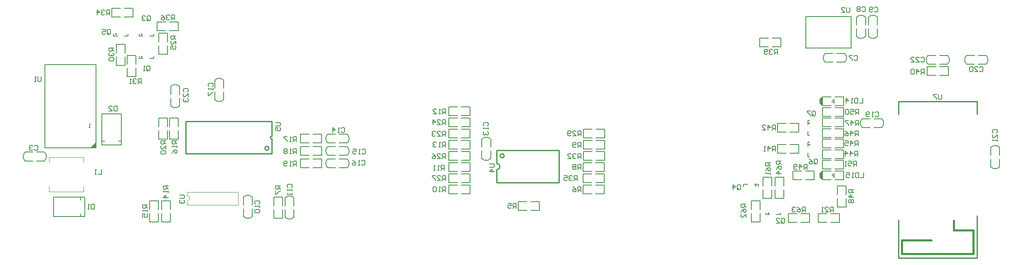
<source format=gbo>
%FSLAX25Y25*%
%MOIN*%
G70*
G01*
G75*
G04 Layer_Color=32896*
%ADD10R,0.03937X0.03937*%
%ADD11R,0.03937X0.03937*%
%ADD12R,0.03937X0.03937*%
%ADD13R,0.03937X0.03937*%
%ADD14C,0.01000*%
%ADD15C,0.02000*%
%ADD16C,0.06000*%
%ADD17C,0.07000*%
%ADD18C,0.05000*%
%ADD19C,0.02500*%
%ADD20C,0.04000*%
%ADD21C,0.03000*%
%ADD22C,0.07087*%
%ADD23C,0.06300*%
%ADD24C,0.06000*%
%ADD25R,0.06000X0.06000*%
%ADD26C,0.05512*%
%ADD27C,0.08661*%
%ADD28C,0.02500*%
%ADD29C,0.05000*%
%ADD30R,0.05000X0.06000*%
%ADD31R,0.05709X0.02756*%
%ADD32R,0.15748X0.15748*%
%ADD33R,0.08071X0.08858*%
%ADD34R,0.04213X0.11811*%
%ADD35R,0.06000X0.05000*%
%ADD36R,0.08858X0.08071*%
%ADD37R,0.27559X0.37008*%
%ADD38R,0.02362X0.04299*%
%ADD39O,0.02400X0.07400*%
%ADD40R,0.15748X0.06000*%
%ADD41R,0.11811X0.23622*%
%ADD42R,0.04299X0.02362*%
%ADD43O,0.02400X0.07600*%
%ADD44R,0.02400X0.07600*%
%ADD45C,0.00500*%
%ADD46C,0.02362*%
%ADD47C,0.00787*%
%ADD48C,0.00984*%
%ADD49C,0.00600*%
%ADD50C,0.00200*%
%ADD51C,0.00800*%
%ADD52R,0.00446X0.00990*%
%ADD53R,0.00900X0.00700*%
%ADD54C,0.00400*%
%ADD55C,0.01500*%
G36*
X642780Y70957D02*
X640780Y72957D01*
Y75957D01*
X642780Y77957D01*
Y70957D01*
D02*
G37*
G36*
Y130457D02*
X640780Y132457D01*
Y135457D01*
X642780Y137457D01*
Y130457D01*
D02*
G37*
D14*
X200501Y105801D02*
G03*
X200500Y103800I749J-1001D01*
G01*
X198832Y96139D02*
G03*
X198832Y96139I-1623J0D01*
G01*
X381607Y78917D02*
G03*
X381607Y83917I0J2500D01*
G01*
X387522Y90079D02*
G03*
X387522Y90079I-1623J0D01*
G01*
X766661Y123549D02*
Y133736D01*
X703668Y123549D02*
Y133736D01*
X766661Y23500D02*
Y41765D01*
X703668Y7752D02*
Y38357D01*
Y7752D02*
X766661D01*
X703668Y133736D02*
X766661D01*
Y7752D02*
Y23500D01*
X132000Y91800D02*
X201000D01*
Y103800D01*
X200500D02*
X201000D01*
X200500Y105800D02*
X201000D01*
Y117800D01*
X132000D02*
X201000D01*
X132000Y91800D02*
Y117800D01*
X381607Y94418D02*
X431607D01*
X381607Y83917D02*
Y94418D01*
Y68418D02*
Y78917D01*
Y68418D02*
X431607D01*
Y94418D01*
D45*
X127047Y145896D02*
G03*
X119959Y145902I-3547J-3273D01*
G01*
X119959Y130264D02*
G03*
X127047Y130270I3541J3279D01*
G01*
X18836Y85959D02*
G03*
X18830Y93047I-3279J3541D01*
G01*
X3204Y93047D02*
G03*
X3198Y85959I3273J-3547D01*
G01*
X599965Y43957D02*
G03*
X599965Y43957I-500J0D01*
G01*
X589705Y65957D02*
G03*
X589705Y65957I-500J0D01*
G01*
X644984Y172503D02*
G03*
X644978Y165416I3273J-3547D01*
G01*
X660616Y165416D02*
G03*
X660610Y172503I-3279J3541D01*
G01*
X155453Y135305D02*
G03*
X162541Y135299I3547J3273D01*
G01*
X162541Y150936D02*
G03*
X155453Y150930I-3541J-3279D01*
G01*
X218821Y56293D02*
G03*
X211733Y56287I-3541J-3279D01*
G01*
X211733Y40661D02*
G03*
X218820Y40655I3547J3273D01*
G01*
X686826Y201752D02*
G03*
X679739Y201758I-3547J-3273D01*
G01*
X679739Y186120D02*
G03*
X686826Y186126I3541J3279D01*
G01*
X784826Y96819D02*
G03*
X777739Y96825I-3547J-3273D01*
G01*
X777738Y81187D02*
G03*
X784826Y81193I3541J3279D01*
G01*
X632736Y98947D02*
G03*
X632736Y98947I-500J0D01*
G01*
X185541Y56837D02*
G03*
X178453Y56830I-3541J-3279D01*
G01*
X178454Y41205D02*
G03*
X185541Y41199I3547J3273D01*
G01*
X670238Y186120D02*
G03*
X677326Y186126I3541J3279D01*
G01*
X677326Y201752D02*
G03*
X670239Y201758I-3547J-3273D01*
G01*
X76799Y187870D02*
G03*
X76799Y187870I-500J0D01*
G01*
X632736Y116207D02*
G03*
X632736Y116207I-500J0D01*
G01*
X758417Y170998D02*
G03*
X758423Y163910I3279J-3541D01*
G01*
X774048Y163910D02*
G03*
X774054Y170998I-3273J3547D01*
G01*
X97299Y169870D02*
G03*
X97299Y169870I-500J0D01*
G01*
X674705Y120003D02*
G03*
X674698Y112916I3273J-3547D01*
G01*
X690336Y112916D02*
G03*
X690330Y120003I-3279J3541D01*
G01*
X261616Y100416D02*
G03*
X261610Y107503I-3279J3541D01*
G01*
X245984Y107503D02*
G03*
X245978Y100416I3273J-3547D01*
G01*
X376654Y103513D02*
G03*
X369566Y103519I-3547J-3273D01*
G01*
X369566Y87881D02*
G03*
X376654Y87887I3541J3279D01*
G01*
X261616Y80416D02*
G03*
X261610Y87503I-3279J3541D01*
G01*
X245984Y87503D02*
G03*
X245978Y80416I3273J-3547D01*
G01*
X261616Y90416D02*
G03*
X261610Y97503I-3279J3541D01*
G01*
X245984Y97503D02*
G03*
X245978Y90416I3273J-3547D01*
G01*
X97299Y187870D02*
G03*
X97299Y187870I-500J0D01*
G01*
X743116Y163916D02*
G03*
X743110Y171003I-3279J3541D01*
G01*
X727484Y171003D02*
G03*
X727478Y163916I3273J-3547D01*
G01*
X119957Y139600D02*
Y145899D01*
X127043Y139600D02*
Y145899D01*
X119957Y136600D02*
X119957Y130266D01*
X127043D02*
X127043Y136600D01*
X77966Y101963D02*
X80374D01*
X64626D02*
X67033D01*
X80374D02*
Y120467D01*
X64626Y101963D02*
Y120467D01*
Y98715D02*
Y101963D01*
Y98715D02*
X80374D01*
Y101963D01*
X64626Y120467D02*
Y123715D01*
X80374D01*
Y120467D02*
Y123715D01*
X12500Y93043D02*
X18834Y93043D01*
X12500Y85957D02*
X18834Y85957D01*
X3201Y93043D02*
X9500D01*
X3201Y85957D02*
X9500D01*
X47937Y54466D02*
Y56874D01*
Y41126D02*
Y43534D01*
X29433Y56874D02*
X47937D01*
X29433Y41126D02*
X47937D01*
X51185D01*
Y56874D01*
X47937D02*
X51185D01*
X26185Y41126D02*
X29433D01*
X26185D02*
Y56874D01*
X29433D01*
X615370Y36500D02*
X615870D01*
X615370D02*
Y37000D01*
Y43000D02*
Y43500D01*
X615870D01*
X631870D02*
X632370D01*
Y43000D02*
Y43500D01*
Y36500D02*
Y37000D01*
X631870Y36500D02*
X632370D01*
X625370Y43500D02*
X631870D01*
X615870D02*
X622370D01*
X625370Y36500D02*
X631870D01*
X615870D02*
X622370D01*
X615370Y37000D02*
Y43000D01*
X632370Y37000D02*
Y43000D01*
X586205Y53718D02*
X592205D01*
X586205Y36718D02*
X592205D01*
X592705Y37218D02*
Y43718D01*
Y46718D02*
Y53218D01*
X585705Y37218D02*
Y43718D01*
Y46718D02*
Y53218D01*
X592705D02*
Y53718D01*
X592205D02*
X592705D01*
X585705D02*
X586205D01*
X585705Y53218D02*
Y53718D01*
Y36718D02*
Y37218D01*
Y36718D02*
X586205D01*
X592205D02*
X592705D01*
Y37218D01*
X595705Y55914D02*
X601705D01*
X595705Y72913D02*
X601705D01*
X595205Y65913D02*
Y72413D01*
Y56414D02*
Y62914D01*
X602205Y65913D02*
Y72413D01*
Y56414D02*
Y62914D01*
X595205Y55914D02*
Y56414D01*
Y55914D02*
X595705D01*
X601705D02*
X602205D01*
Y56414D01*
Y72413D02*
Y72913D01*
X601705D02*
X602205D01*
X595205D02*
X595705D01*
X595205Y72413D02*
Y72913D01*
X605205D02*
X611205D01*
X605205Y55914D02*
X611205D01*
X611705Y56414D02*
Y62914D01*
Y65913D02*
Y72413D01*
X604705Y56414D02*
Y62914D01*
Y65913D02*
Y72413D01*
X611705D02*
Y72913D01*
X611205D02*
X611705D01*
X604705D02*
X605205D01*
X604705Y72413D02*
Y72913D01*
Y55914D02*
Y56414D01*
Y55914D02*
X605205D01*
X611205D02*
X611705D01*
Y56414D01*
X597299Y42701D02*
Y44276D01*
Y42701D02*
X600593D01*
X609110D02*
Y44276D01*
X605817Y42701D02*
X609110D01*
X591370Y65638D02*
Y67213D01*
X588077D02*
X591370D01*
X579559Y65638D02*
Y67213D01*
X582852D01*
X644980Y165413D02*
X651279D01*
X644980Y172500D02*
X651279D01*
X654279Y165413D02*
X660614Y165414D01*
X654279Y172500D02*
X660614Y172500D01*
X162543Y135301D02*
Y141600D01*
X155457Y135301D02*
Y141600D01*
X162543Y150934D02*
X162543Y144600D01*
X155457D02*
X155457Y150934D01*
X203280Y39957D02*
X209280D01*
X203280Y56957D02*
X209280D01*
X202780Y49957D02*
Y56457D01*
Y40457D02*
Y46957D01*
X209780Y49957D02*
Y56457D01*
Y40457D02*
Y46957D01*
X202780Y39957D02*
Y40457D01*
Y39957D02*
X203280D01*
X209280D02*
X209780D01*
Y40457D01*
Y56457D02*
Y56957D01*
X209280D02*
X209780D01*
X202780D02*
X203280D01*
X202780Y56457D02*
Y56957D01*
X211736Y49957D02*
X211737Y56291D01*
X218823D02*
X218823Y49957D01*
X211736Y40658D02*
Y46957D01*
X218823Y40658D02*
Y46957D01*
X103280Y53457D02*
Y53957D01*
X103780D01*
X109780D02*
X110280D01*
Y53457D02*
Y53957D01*
Y36957D02*
Y37457D01*
X109780Y36957D02*
X110280D01*
X103280D02*
X103780D01*
X103280D02*
Y37457D01*
X110280D02*
Y43957D01*
Y46957D02*
Y53457D01*
X103280Y37457D02*
Y43957D01*
Y46957D02*
Y53457D01*
X103780Y53957D02*
X109780D01*
X103780Y36957D02*
X109780D01*
X112780Y53457D02*
Y53957D01*
X113280D01*
X119280D02*
X119780D01*
Y53457D02*
Y53957D01*
Y36957D02*
Y37457D01*
X119280Y36957D02*
X119780D01*
X112780D02*
X113280D01*
X112780D02*
Y37457D01*
X119780D02*
Y43957D01*
Y46957D02*
Y53457D01*
X112780Y37457D02*
Y43957D01*
Y46957D02*
Y53457D01*
X113280Y53957D02*
X119280D01*
X113280Y36957D02*
X119280D01*
X629611Y176757D02*
X665811D01*
X629611D02*
Y202157D01*
X665811Y176757D02*
Y202157D01*
X629611D02*
X665811D01*
X679736Y195457D02*
Y201756D01*
X686823Y195457D02*
Y201756D01*
X679736Y192457D02*
X679737Y186123D01*
X686823D02*
X686823Y192457D01*
X777736Y90524D02*
Y96823D01*
X784823Y90524D02*
Y96823D01*
X777736Y87524D02*
X777736Y81190D01*
X784822D02*
X784823Y87524D01*
X623780Y109707D02*
Y115707D01*
X606780Y109707D02*
Y115707D01*
X607280Y109207D02*
X613780D01*
X616780D02*
X623280D01*
X607280Y116207D02*
X613780D01*
X616780D02*
X623280D01*
Y109207D02*
X623780D01*
Y109707D01*
Y115707D02*
Y116207D01*
X623280D02*
X623780D01*
X606780D02*
X607280D01*
X606780Y115707D02*
Y116207D01*
Y109207D02*
Y109707D01*
Y109207D02*
X607280D01*
X623780Y92707D02*
Y98707D01*
X606780Y92707D02*
Y98707D01*
X607280Y92207D02*
X613780D01*
X616780D02*
X623280D01*
X607280Y99207D02*
X613780D01*
X616780D02*
X623280D01*
Y92207D02*
X623780D01*
Y92707D01*
Y98707D02*
Y99207D01*
X623280D02*
X623780D01*
X606780D02*
X607280D01*
X606780Y98707D02*
Y99207D01*
Y92207D02*
Y92707D01*
Y92207D02*
X607280D01*
X630980Y89302D02*
Y92595D01*
Y89302D02*
X632555D01*
X630980Y97819D02*
Y101113D01*
X632555D01*
X656500Y37000D02*
Y43000D01*
X639500Y37000D02*
Y43000D01*
X640000Y36500D02*
X646500D01*
X649500D02*
X656000D01*
X640000Y43500D02*
X646500D01*
X649500D02*
X656000D01*
Y36500D02*
X656500D01*
Y37000D01*
Y43000D02*
Y43500D01*
X656000D02*
X656500D01*
X639500D02*
X640000D01*
X639500Y43000D02*
Y43500D01*
Y36500D02*
Y37000D01*
Y36500D02*
X640000D01*
X178457Y50500D02*
X178457Y56835D01*
X185543D02*
X185543Y50500D01*
X178457Y41201D02*
Y47500D01*
X185543Y41201D02*
Y47500D01*
X241280Y100957D02*
Y106957D01*
X224280Y100957D02*
Y106957D01*
X224780Y100457D02*
X231280D01*
X234280D02*
X240780D01*
X224780Y107457D02*
X231280D01*
X234280D02*
X240780D01*
Y100457D02*
X241280D01*
Y100957D01*
Y106957D02*
Y107457D01*
X240780D02*
X241280D01*
X224280D02*
X224780D01*
X224280Y106957D02*
Y107457D01*
Y100457D02*
Y100957D01*
Y100457D02*
X224780D01*
X241280Y90957D02*
Y96957D01*
X224280Y90957D02*
Y96957D01*
X224780Y90457D02*
X231280D01*
X234280D02*
X240780D01*
X224780Y97457D02*
X231280D01*
X234280D02*
X240780D01*
Y90457D02*
X241280D01*
Y90957D01*
Y96957D02*
Y97457D01*
X240780D02*
X241280D01*
X224280D02*
X224780D01*
X224280Y96957D02*
Y97457D01*
Y90457D02*
Y90957D01*
Y90457D02*
X224780D01*
X119000Y120000D02*
Y120500D01*
X119500D01*
X125500D02*
X126000D01*
Y120000D02*
Y120500D01*
Y103500D02*
Y104000D01*
X125500Y103500D02*
X126000D01*
X119000D02*
X119500D01*
X119000D02*
Y104000D01*
X126000D02*
Y110500D01*
Y113500D02*
Y120000D01*
X119000Y104000D02*
Y110500D01*
Y113500D02*
Y120000D01*
X119500Y120500D02*
X125500D01*
X119500Y103500D02*
X125500D01*
X359607Y102657D02*
X360107D01*
Y102157D02*
Y102657D01*
Y95657D02*
Y96157D01*
X359607Y95657D02*
X360107D01*
X343107D02*
X343607D01*
X343107D02*
Y96157D01*
Y102157D02*
Y102657D01*
X343607D01*
Y95657D02*
X350107D01*
X353107D02*
X359607D01*
X343607Y102657D02*
X350107D01*
X353107D02*
X359607D01*
X360107Y96157D02*
Y102157D01*
X343107Y96157D02*
Y102157D01*
X450980Y104657D02*
X451479D01*
X450980D02*
Y105157D01*
Y111157D02*
Y111657D01*
X451479D01*
X467480D02*
X467979D01*
Y111157D02*
Y111657D01*
Y104657D02*
Y105157D01*
X467480Y104657D02*
X467979D01*
X460980Y111657D02*
X467480D01*
X451479D02*
X457979D01*
X460980Y104657D02*
X467480D01*
X451479D02*
X457979D01*
X450980Y105157D02*
Y111157D01*
X467979Y105157D02*
Y111157D01*
X359667Y75657D02*
X360168D01*
Y75157D02*
Y75657D01*
Y68657D02*
Y69157D01*
X359667Y68657D02*
X360168D01*
X343167D02*
X343668D01*
X343167D02*
Y69157D01*
Y75157D02*
Y75657D01*
X343668D01*
Y68657D02*
X350167D01*
X353168D02*
X359667D01*
X343668Y75657D02*
X350167D01*
X353168D02*
X359667D01*
X360168Y69157D02*
Y75157D01*
X343167Y69157D02*
Y75157D01*
X359668Y93657D02*
X360168D01*
Y93157D02*
Y93657D01*
Y86657D02*
Y87157D01*
X359668Y86657D02*
X360168D01*
X343168D02*
X343668D01*
X343168D02*
Y87157D01*
Y93157D02*
Y93657D01*
X343668D01*
Y86657D02*
X350168D01*
X353168D02*
X359668D01*
X343668Y93657D02*
X350168D01*
X353168D02*
X359668D01*
X360168Y87157D02*
Y93157D01*
X343168Y87157D02*
Y93157D01*
X343207Y105157D02*
Y111157D01*
X360207Y105157D02*
Y111157D01*
X353207Y111657D02*
X359707D01*
X343707D02*
X350207D01*
X353207Y104657D02*
X359707D01*
X343707D02*
X350207D01*
X343207Y111657D02*
X343707D01*
X343207Y111157D02*
Y111657D01*
Y104657D02*
Y105157D01*
Y104657D02*
X343707D01*
X359707D02*
X360207D01*
Y105157D01*
Y111157D02*
Y111657D01*
X359707D02*
X360207D01*
X343007Y114157D02*
Y120157D01*
X360007Y114157D02*
Y120157D01*
X353007Y120657D02*
X359507D01*
X343507D02*
X350007D01*
X353007Y113657D02*
X359507D01*
X343507D02*
X350007D01*
X343007Y120657D02*
X343507D01*
X343007Y120157D02*
Y120657D01*
Y113657D02*
Y114157D01*
Y113657D02*
X343507D01*
X359507D02*
X360007D01*
Y114157D01*
Y120157D02*
Y120657D01*
X359507D02*
X360007D01*
X677323Y186123D02*
X677323Y192457D01*
X670236D02*
X670237Y186123D01*
X677323Y195457D02*
Y201756D01*
X670236Y195457D02*
Y201756D01*
X224280Y80457D02*
X224780D01*
X224280D02*
Y80957D01*
Y86957D02*
Y87457D01*
X224780D01*
X240780D02*
X241280D01*
Y86957D02*
Y87457D01*
Y80457D02*
Y80957D01*
X240780Y80457D02*
X241280D01*
X234280Y87457D02*
X240780D01*
X224780D02*
X231280D01*
X234280Y80457D02*
X240780D01*
X224780D02*
X231280D01*
X224280Y80957D02*
Y86957D01*
X241280Y80957D02*
Y86957D01*
X125649Y197957D02*
X126149D01*
Y197457D02*
Y197957D01*
Y190957D02*
Y191457D01*
X125649Y190957D02*
X126149D01*
X109150D02*
X109650D01*
X109150D02*
Y191457D01*
Y197457D02*
Y197957D01*
X109650D01*
Y190957D02*
X116149D01*
X119149D02*
X125649D01*
X109650Y197957D02*
X116149D01*
X119149D02*
X125649D01*
X126149Y191457D02*
Y197457D01*
X109150Y191457D02*
Y197457D01*
X82652Y186614D02*
X85945D01*
Y188189D01*
X74134Y186614D02*
X77427D01*
X74134D02*
Y188189D01*
X89649Y202457D02*
Y208457D01*
X72650Y202457D02*
Y208457D01*
X73150Y201957D02*
X79650D01*
X82649D02*
X89149D01*
X73150Y208957D02*
X79650D01*
X82649D02*
X89149D01*
Y201957D02*
X89649D01*
Y202457D01*
Y208457D02*
Y208957D01*
X89149D02*
X89649D01*
X72650D02*
X73150D01*
X72650Y208457D02*
Y208957D01*
Y201957D02*
Y202457D01*
Y201957D02*
X73150D01*
X77099Y179913D02*
X83099D01*
X77099Y162914D02*
X83099D01*
X83599Y163414D02*
Y169913D01*
Y172914D02*
Y179413D01*
X76599Y163414D02*
Y169913D01*
Y172914D02*
Y179413D01*
X83599D02*
Y179913D01*
X83099D02*
X83599D01*
X76599D02*
X77099D01*
X76599Y179413D02*
Y179913D01*
Y162914D02*
Y163414D01*
Y162914D02*
X77099D01*
X83099D02*
X83599D01*
Y163414D01*
X110799Y188913D02*
X116799D01*
X110799Y171913D02*
X116799D01*
X117299Y172413D02*
Y178913D01*
Y181913D02*
Y188413D01*
X110299Y172413D02*
Y178913D01*
Y181913D02*
Y188413D01*
X117299D02*
Y188913D01*
X116799D02*
X117299D01*
X110299D02*
X110799D01*
X110299Y188413D02*
Y188913D01*
Y171913D02*
Y172413D01*
Y171913D02*
X110799D01*
X116799D02*
X117299D01*
Y172413D01*
X659280Y103457D02*
X659780D01*
Y102957D02*
Y103457D01*
Y96457D02*
Y96957D01*
X659280Y96457D02*
X659780D01*
X642780D02*
X643280D01*
X642780D02*
Y96957D01*
Y102957D02*
Y103457D01*
X643280D01*
Y96457D02*
X649780D01*
X652780D02*
X659280D01*
X643280Y103457D02*
X649780D01*
X652780D02*
X659280D01*
X659780Y96957D02*
Y102957D01*
X642780Y96957D02*
Y102957D01*
X659280Y111957D02*
X659780D01*
Y111457D02*
Y111957D01*
Y104957D02*
Y105457D01*
X659280Y104957D02*
X659780D01*
X642780D02*
X643280D01*
X642780D02*
Y105457D01*
Y111457D02*
Y111957D01*
X643280D01*
Y104957D02*
X649780D01*
X652780D02*
X659280D01*
X643280Y111957D02*
X649780D01*
X652780D02*
X659280D01*
X659780Y105457D02*
Y111457D01*
X642780Y105457D02*
Y111457D01*
X659280Y94957D02*
X659780D01*
Y94457D02*
Y94957D01*
Y87957D02*
Y88457D01*
X659280Y87957D02*
X659780D01*
X642780D02*
X643280D01*
X642780D02*
Y88457D01*
Y94457D02*
Y94957D01*
X643280D01*
Y87957D02*
X649780D01*
X652780D02*
X659280D01*
X643280Y94957D02*
X649780D01*
X652780D02*
X659280D01*
X659780Y88457D02*
Y94457D01*
X642780Y88457D02*
Y94457D01*
Y113957D02*
Y119957D01*
X659780Y113957D02*
Y119957D01*
X652780Y120457D02*
X659280D01*
X643280D02*
X649780D01*
X652780Y113457D02*
X659280D01*
X643280D02*
X649780D01*
X642780Y120457D02*
X643280D01*
X642780Y119957D02*
Y120457D01*
Y113457D02*
Y113957D01*
Y113457D02*
X643280D01*
X659280D02*
X659780D01*
Y113957D01*
Y119957D02*
Y120457D01*
X659280D02*
X659780D01*
X630980Y106561D02*
Y109855D01*
Y106561D02*
X632555D01*
X630980Y115079D02*
Y118372D01*
X632555D01*
X659780Y122457D02*
Y128457D01*
X642780Y122457D02*
Y128457D01*
X643280Y121957D02*
X649780D01*
X652780D02*
X659280D01*
X643280Y128957D02*
X649780D01*
X652780D02*
X659280D01*
Y121957D02*
X659780D01*
Y122457D01*
Y128457D02*
Y128957D01*
X659280D02*
X659780D01*
X642780D02*
X643280D01*
X642780Y128457D02*
Y128957D01*
Y121957D02*
Y122457D01*
Y121957D02*
X643280D01*
X650539Y134062D02*
X651953Y135475D01*
X650473Y133995D02*
X651953Y132516D01*
Y132494D02*
Y135494D01*
X659280Y137457D02*
X659780D01*
Y136957D02*
Y137457D01*
Y130457D02*
Y130957D01*
X659280Y130457D02*
X659780D01*
X642780D02*
X643280D01*
X642780D02*
Y130957D01*
Y136957D02*
Y137457D01*
X643280D01*
Y130457D02*
X649780D01*
X652780D02*
X659280D01*
X643280Y137457D02*
X649780D01*
X652780D02*
X659280D01*
X659780Y130957D02*
Y136957D01*
X642780Y130957D02*
Y136957D01*
X640780Y135457D02*
X642780Y137457D01*
X640780Y132457D02*
Y135457D01*
Y132457D02*
X642780Y130457D01*
X758419Y163914D02*
X764753Y163913D01*
X758419Y171000D02*
X764753Y171000D01*
X767753Y163913D02*
X774052D01*
X767753Y171000D02*
X774052D01*
X726753Y155457D02*
Y161457D01*
X743753Y155457D02*
Y161457D01*
X736753Y161957D02*
X743253D01*
X727253D02*
X733753D01*
X736753Y154957D02*
X743253D01*
X727253D02*
X733753D01*
X726753Y161957D02*
X727253D01*
X726753Y161457D02*
Y161957D01*
Y154957D02*
Y155457D01*
Y154957D02*
X727253D01*
X743253D02*
X743753D01*
Y155457D01*
Y161457D02*
Y161957D01*
X743253D02*
X743753D01*
X609315Y178220D02*
Y184221D01*
X592315Y178220D02*
Y184221D01*
X592815Y177720D02*
X599315D01*
X602315D02*
X608815D01*
X592815Y184721D02*
X599315D01*
X602315D02*
X608815D01*
Y177720D02*
X609315D01*
Y178220D01*
Y184221D02*
Y184721D01*
X608815D02*
X609315D01*
X592315D02*
X592815D01*
X592315Y184221D02*
Y184721D01*
Y177720D02*
Y178220D01*
Y177720D02*
X592815D01*
X650539Y74562D02*
X651953Y75975D01*
X650473Y74496D02*
X651953Y73016D01*
Y72994D02*
Y75994D01*
X659280Y77957D02*
X659780D01*
Y77457D02*
Y77957D01*
Y70957D02*
Y71457D01*
X659280Y70957D02*
X659780D01*
X642780D02*
X643280D01*
X642780D02*
Y71457D01*
Y77457D02*
Y77957D01*
X643280D01*
Y70957D02*
X649780D01*
X652780D02*
X659280D01*
X643280Y77957D02*
X649780D01*
X652780D02*
X659280D01*
X659780Y71457D02*
Y77457D01*
X642780Y71457D02*
Y77457D01*
X640780Y75957D02*
X642780Y77957D01*
X640780Y72957D02*
Y75957D01*
Y72957D02*
X642780Y70957D01*
X659780Y79957D02*
Y85957D01*
X642780Y79957D02*
Y85957D01*
X643280Y79457D02*
X649780D01*
X652780D02*
X659280D01*
X643280Y86457D02*
X649780D01*
X652780D02*
X659280D01*
Y79457D02*
X659780D01*
Y79957D01*
Y85957D02*
Y86457D01*
X659280D02*
X659780D01*
X642780D02*
X643280D01*
X642780Y85957D02*
Y86457D01*
Y79457D02*
Y79957D01*
Y79457D02*
X643280D01*
X103152Y168614D02*
X106445D01*
Y170189D01*
X94634Y168614D02*
X97927D01*
X94634D02*
Y170189D01*
X674701Y112914D02*
X681000D01*
X674701Y120000D02*
X681000D01*
X684000Y112914D02*
X690334Y112914D01*
X684000Y120000D02*
X690334Y120000D01*
X255280Y107500D02*
X261614Y107500D01*
X255280Y100413D02*
X261614Y100414D01*
X245981Y107500D02*
X252280D01*
X245981Y100413D02*
X252280D01*
X467700Y69157D02*
Y75157D01*
X450700Y69157D02*
Y75157D01*
X451200Y68657D02*
X457700D01*
X460700D02*
X467200D01*
X451200Y75657D02*
X457700D01*
X460700D02*
X467200D01*
Y68657D02*
X467700D01*
Y69157D01*
Y75157D02*
Y75657D01*
X467200D02*
X467700D01*
X450700D02*
X451200D01*
X450700Y75157D02*
Y75657D01*
Y68657D02*
Y69157D01*
Y68657D02*
X451200D01*
X369564Y97218D02*
Y103517D01*
X376650Y97218D02*
Y103517D01*
X369564Y94218D02*
X369564Y87883D01*
X376650D02*
X376650Y94218D01*
X343007Y122657D02*
X343507D01*
X343007D02*
Y123157D01*
Y129157D02*
Y129657D01*
X343507D01*
X359507D02*
X360007D01*
Y129157D02*
Y129657D01*
Y122657D02*
Y123157D01*
X359507Y122657D02*
X360007D01*
X353007Y129657D02*
X359507D01*
X343507D02*
X350007D01*
X353007Y122657D02*
X359507D01*
X343507D02*
X350007D01*
X343007Y123157D02*
Y129157D01*
X360007Y123157D02*
Y129157D01*
X359668Y84657D02*
X360168D01*
Y84157D02*
Y84657D01*
Y77657D02*
Y78157D01*
X359668Y77657D02*
X360168D01*
X343168D02*
X343668D01*
X343168D02*
Y78157D01*
Y84157D02*
Y84657D01*
X343668D01*
Y77657D02*
X350168D01*
X353168D02*
X359668D01*
X343668Y84657D02*
X350168D01*
X353168D02*
X359668D01*
X360168Y78157D02*
Y84157D01*
X343168Y78157D02*
Y84157D01*
Y59657D02*
X343668D01*
X343168D02*
Y60157D01*
Y66157D02*
Y66657D01*
X343668D01*
X359668D02*
X360168D01*
Y66157D02*
Y66657D01*
Y59657D02*
Y60157D01*
X359668Y59657D02*
X360168D01*
X353168Y66657D02*
X359668D01*
X343668D02*
X350168D01*
X353168Y59657D02*
X359668D01*
X343668D02*
X350168D01*
X343168Y60157D02*
Y66157D01*
X360168Y60157D02*
Y66157D01*
X450700Y77657D02*
X451200D01*
X450700D02*
Y78157D01*
Y84157D02*
Y84657D01*
X451200D01*
X467200D02*
X467700D01*
Y84157D02*
Y84657D01*
Y77657D02*
Y78157D01*
X467200Y77657D02*
X467700D01*
X460700Y84657D02*
X467200D01*
X451200D02*
X457700D01*
X460700Y77657D02*
X467200D01*
X451200D02*
X457700D01*
X450700Y78157D02*
Y84157D01*
X467700Y78157D02*
Y84157D01*
Y60157D02*
Y66157D01*
X450700Y60157D02*
Y66157D01*
X451200Y59657D02*
X457700D01*
X460700D02*
X467200D01*
X451200Y66657D02*
X457700D01*
X460700D02*
X467200D01*
Y59657D02*
X467700D01*
Y60157D01*
Y66157D02*
Y66657D01*
X467200D02*
X467700D01*
X450700D02*
X451200D01*
X450700Y66157D02*
Y66657D01*
Y59657D02*
Y60157D01*
Y59657D02*
X451200D01*
X398668Y46657D02*
Y52657D01*
X415667Y46657D02*
Y52657D01*
X408668Y53157D02*
X415168D01*
X399167D02*
X405667D01*
X408668Y46157D02*
X415168D01*
X399167D02*
X405667D01*
X398668Y53157D02*
X399167D01*
X398668Y52657D02*
Y53157D01*
Y46157D02*
Y46657D01*
Y46157D02*
X399167D01*
X415168D02*
X415667D01*
Y46657D01*
Y52657D02*
Y53157D01*
X415168D02*
X415667D01*
X467980Y87157D02*
Y93157D01*
X450980Y87157D02*
Y93157D01*
X451480Y86657D02*
X457980D01*
X460980D02*
X467480D01*
X451480Y93657D02*
X457980D01*
X460980D02*
X467480D01*
Y86657D02*
X467980D01*
Y87157D01*
Y93157D02*
Y93657D01*
X467480D02*
X467980D01*
X450980D02*
X451480D01*
X450980Y93157D02*
Y93657D01*
Y86657D02*
Y87157D01*
Y86657D02*
X451480D01*
X450980Y95657D02*
X451479D01*
X450980D02*
Y96157D01*
Y102157D02*
Y102657D01*
X451479D01*
X467480D02*
X467979D01*
Y102157D02*
Y102657D01*
Y95657D02*
Y96157D01*
X467480Y95657D02*
X467979D01*
X460980Y102657D02*
X467480D01*
X451479D02*
X457979D01*
X460980Y95657D02*
X467480D01*
X451479D02*
X457979D01*
X450980Y96157D02*
Y102157D01*
X467979Y96157D02*
Y102157D01*
X255280Y87500D02*
X261614Y87500D01*
X255280Y80413D02*
X261614Y80414D01*
X245981Y87500D02*
X252280D01*
X245981Y80413D02*
X252280D01*
X255280Y97500D02*
X261614Y97500D01*
X255280Y90413D02*
X261614Y90414D01*
X245981Y97500D02*
X252280D01*
X245981Y90413D02*
X252280D01*
X85599Y170718D02*
X91599D01*
X85599Y153718D02*
X91599D01*
X92099Y154218D02*
Y160718D01*
Y163718D02*
Y170218D01*
X85099Y154218D02*
Y160718D01*
Y163718D02*
Y170218D01*
X92099D02*
Y170718D01*
X91599D02*
X92099D01*
X85099D02*
X85599D01*
X85099Y170218D02*
Y170718D01*
Y153718D02*
Y154218D01*
Y153718D02*
X85599D01*
X91599D02*
X92099D01*
Y154218D01*
X103152Y186614D02*
X106445D01*
Y188189D01*
X94634Y186614D02*
X97927D01*
X94634D02*
Y188189D01*
X111000Y103500D02*
X117000D01*
X111000Y120500D02*
X117000D01*
X110500Y113500D02*
Y120000D01*
Y104000D02*
Y110500D01*
X117500Y113500D02*
Y120000D01*
Y104000D02*
Y110500D01*
X110500Y103500D02*
Y104000D01*
Y103500D02*
X111000D01*
X117000D02*
X117500D01*
Y104000D01*
Y120000D02*
Y120500D01*
X117000D02*
X117500D01*
X110500D02*
X111000D01*
X110500Y120000D02*
Y120500D01*
X654780Y65257D02*
Y65757D01*
X655280D01*
X661280D02*
X661780D01*
Y65257D02*
Y65757D01*
Y48757D02*
Y49257D01*
X661280Y48757D02*
X661780D01*
X654780D02*
X655280D01*
X654780D02*
Y49257D01*
X661780D02*
Y55757D01*
Y58757D02*
Y65257D01*
X654780Y49257D02*
Y55757D01*
Y58757D02*
Y65257D01*
X655280Y65757D02*
X661280D01*
X655280Y48757D02*
X661280D01*
X619280Y70757D02*
X619780D01*
X619280D02*
Y71257D01*
Y77257D02*
Y77757D01*
X619780D01*
X635780D02*
X636280D01*
Y77257D02*
Y77757D01*
Y70757D02*
Y71257D01*
X635780Y70757D02*
X636280D01*
X629280Y77757D02*
X635780D01*
X619780D02*
X626280D01*
X629280Y70757D02*
X635780D01*
X619780D02*
X626280D01*
X619280Y71257D02*
Y77257D01*
X636280Y71257D02*
Y77257D01*
X736780Y171000D02*
X743114Y171000D01*
X736780Y163913D02*
X743114Y163914D01*
X727481Y171000D02*
X733780D01*
X727481Y163913D02*
X733780D01*
X55500Y113000D02*
X54500D01*
X55000D01*
Y115999D01*
X55500Y115499D01*
D49*
X59275Y96778D02*
X59905Y97408D01*
X59038Y96778D02*
X59275D01*
X58565Y96817D02*
X59826Y98078D01*
X58447Y96817D02*
X58565D01*
X58053Y96935D02*
X59787Y98669D01*
X57462Y96935D02*
X58053D01*
X57462D02*
X59826Y99299D01*
Y99733D01*
X56871Y96778D02*
X59826Y99733D01*
X56147Y96620D02*
X60087Y100560D01*
Y96626D02*
Y163555D01*
X19142Y96626D02*
Y163555D01*
X60087D01*
X19142Y96620D02*
X60087D01*
X130768Y141534D02*
X130101Y142201D01*
Y143534D01*
X130768Y144200D01*
X133433D01*
X134100Y143534D01*
Y142201D01*
X133433Y141534D01*
X134100Y137536D02*
Y140201D01*
X131434Y137536D01*
X130768D01*
X130101Y138202D01*
Y139535D01*
X130768Y140201D01*
Y136203D02*
X130101Y135536D01*
Y134203D01*
X130768Y133537D01*
X131434D01*
X132101Y134203D01*
Y134870D01*
Y134203D01*
X132767Y133537D01*
X133433D01*
X134100Y134203D01*
Y135536D01*
X133433Y136203D01*
X77100Y130199D02*
Y126200D01*
X75101D01*
X74434Y126866D01*
Y129532D01*
X75101Y130199D01*
X77100D01*
X70436Y126200D02*
X73101D01*
X70436Y128866D01*
Y129532D01*
X71102Y130199D01*
X72435D01*
X73101Y129532D01*
X16000Y153999D02*
Y150666D01*
X15334Y150000D01*
X14001D01*
X13334Y150666D01*
Y153999D01*
X12001Y150000D02*
X10668D01*
X11335D01*
Y153999D01*
X12001Y153332D01*
X64500Y79299D02*
Y75300D01*
X61834D01*
X60501D02*
X59168D01*
X59835D01*
Y79299D01*
X60501Y78632D01*
X58900Y51099D02*
Y47100D01*
X56901D01*
X56234Y47766D01*
Y50432D01*
X56901Y51099D01*
X58900D01*
X54901Y47100D02*
X53568D01*
X54235D01*
Y51099D01*
X54901Y50432D01*
X10934Y97932D02*
X11601Y98599D01*
X12934D01*
X13600Y97932D01*
Y95266D01*
X12934Y94600D01*
X11601D01*
X10934Y95266D01*
X9601Y97932D02*
X8935Y98599D01*
X7602D01*
X6936Y97932D01*
Y97266D01*
X7602Y96599D01*
X8268D01*
X7602D01*
X6936Y95933D01*
Y95266D01*
X7602Y94600D01*
X8935D01*
X9601Y95266D01*
X629100Y45000D02*
Y48999D01*
X627101D01*
X626434Y48332D01*
Y46999D01*
X627101Y46333D01*
X629100D01*
X627767D02*
X626434Y45000D01*
X622436Y48999D02*
X623768Y48332D01*
X625101Y46999D01*
Y45666D01*
X624435Y45000D01*
X623102D01*
X622436Y45666D01*
Y46333D01*
X623102Y46999D01*
X625101D01*
X621103Y48332D02*
X620436Y48999D01*
X619103D01*
X618437Y48332D01*
Y47666D01*
X619103Y46999D01*
X619770D01*
X619103D01*
X618437Y46333D01*
Y45666D01*
X619103Y45000D01*
X620436D01*
X621103Y45666D01*
X581607Y51218D02*
X577608D01*
Y49218D01*
X578275Y48552D01*
X579608D01*
X580274Y49218D01*
Y51218D01*
Y49885D02*
X581607Y48552D01*
X577608Y44553D02*
X578275Y45886D01*
X579608Y47219D01*
X580941D01*
X581607Y46552D01*
Y45219D01*
X580941Y44553D01*
X580274D01*
X579608Y45219D01*
Y47219D01*
X581607Y40554D02*
Y43220D01*
X578941Y40554D01*
X578275D01*
X577608Y41221D01*
Y42554D01*
X578275Y43220D01*
X601225Y84413D02*
X597226D01*
Y82414D01*
X597892Y81748D01*
X599225D01*
X599892Y82414D01*
Y84413D01*
Y83081D02*
X601225Y81748D01*
X597226Y77749D02*
X597892Y79082D01*
X599225Y80415D01*
X600558D01*
X601225Y79748D01*
Y78415D01*
X600558Y77749D01*
X599892D01*
X599225Y78415D01*
Y80415D01*
X601225Y76416D02*
Y75083D01*
Y75750D01*
X597226D01*
X597892Y76416D01*
X609725Y85913D02*
X605726D01*
Y83914D01*
X606392Y83248D01*
X607725D01*
X608392Y83914D01*
Y85913D01*
Y84581D02*
X609725Y83248D01*
X605726Y79249D02*
X606392Y80582D01*
X607725Y81915D01*
X609058D01*
X609725Y81248D01*
Y79915D01*
X609058Y79249D01*
X608392D01*
X607725Y79915D01*
Y81915D01*
X609725Y75917D02*
X605726D01*
X607725Y77916D01*
Y75250D01*
X574539Y63580D02*
Y66246D01*
X575206Y66912D01*
X576538D01*
X577205Y66246D01*
Y63580D01*
X576538Y62914D01*
X575206D01*
X575872Y64246D02*
X574539Y62914D01*
X575206D02*
X574539Y63580D01*
X571207Y62914D02*
Y66912D01*
X573206Y64913D01*
X570540D01*
X609934Y36666D02*
Y39332D01*
X610601Y39999D01*
X611934D01*
X612600Y39332D01*
Y36666D01*
X611934Y36000D01*
X610601D01*
X611267Y37333D02*
X609934Y36000D01*
X610601D02*
X609934Y36666D01*
X605935Y36000D02*
X608601D01*
X605935Y38666D01*
Y39332D01*
X606602Y39999D01*
X607935D01*
X608601Y39332D01*
X101400Y50400D02*
X97401D01*
Y48401D01*
X98068Y47734D01*
X99401D01*
X100067Y48401D01*
Y50400D01*
Y49067D02*
X101400Y47734D01*
Y46401D02*
Y45068D01*
Y45735D01*
X97401D01*
X98068Y46401D01*
X97401Y40403D02*
Y43069D01*
X99401D01*
X98734Y41736D01*
Y41070D01*
X99401Y40403D01*
X100733D01*
X101400Y41070D01*
Y42403D01*
X100733Y43069D01*
X375781Y83457D02*
X379113D01*
X379780Y82791D01*
Y81458D01*
X379113Y80791D01*
X375781D01*
X379780Y77459D02*
X375781D01*
X377780Y79458D01*
Y76793D01*
X671669Y114433D02*
Y118432D01*
X669669D01*
X669003Y117765D01*
Y116432D01*
X669669Y115766D01*
X671669D01*
X670336D02*
X669003Y114433D01*
X665671D02*
Y118432D01*
X667670Y116432D01*
X665004D01*
X663671Y118432D02*
X661005D01*
Y117765D01*
X663671Y115100D01*
Y114433D01*
X671607Y106218D02*
Y110216D01*
X669608D01*
X668941Y109550D01*
Y108217D01*
X669608Y107550D01*
X671607D01*
X670274D02*
X668941Y106218D01*
X665609D02*
Y110216D01*
X667608Y108217D01*
X664943D01*
X660944Y110216D02*
X662277Y109550D01*
X663610Y108217D01*
Y106884D01*
X662943Y106218D01*
X661610D01*
X660944Y106884D01*
Y107550D01*
X661610Y108217D01*
X663610D01*
X671607Y98217D02*
Y102216D01*
X669608D01*
X668941Y101550D01*
Y100217D01*
X669608Y99550D01*
X671607D01*
X670274D02*
X668941Y98217D01*
X665609D02*
Y102216D01*
X667608Y100217D01*
X664943D01*
X660944Y102216D02*
X663610D01*
Y100217D01*
X662277Y100883D01*
X661610D01*
X660944Y100217D01*
Y98884D01*
X661610Y98217D01*
X662943D01*
X663610Y98884D01*
X671280Y89727D02*
Y93725D01*
X669280D01*
X668614Y93059D01*
Y91726D01*
X669280Y91059D01*
X671280D01*
X669947D02*
X668614Y89727D01*
X665282D02*
Y93725D01*
X667281Y91726D01*
X664615D01*
X661283Y89727D02*
Y93725D01*
X663282Y91726D01*
X660616D01*
X605000Y111000D02*
Y114999D01*
X603001D01*
X602334Y114332D01*
Y112999D01*
X603001Y112333D01*
X605000D01*
X603667D02*
X602334Y111000D01*
X599002D02*
Y114999D01*
X601001Y112999D01*
X598336D01*
X594337Y111000D02*
X597003D01*
X594337Y113666D01*
Y114332D01*
X595003Y114999D01*
X596336D01*
X597003Y114332D01*
X605000Y94000D02*
Y97999D01*
X603001D01*
X602334Y97332D01*
Y95999D01*
X603001Y95333D01*
X605000D01*
X603667D02*
X602334Y94000D01*
X599002D02*
Y97999D01*
X601001Y95999D01*
X598336D01*
X597003Y94000D02*
X595670D01*
X596336D01*
Y97999D01*
X597003Y97332D01*
X724500Y156000D02*
Y159999D01*
X722501D01*
X721834Y159332D01*
Y157999D01*
X722501Y157333D01*
X724500D01*
X723167D02*
X721834Y156000D01*
X718502D02*
Y159999D01*
X720501Y157999D01*
X717836D01*
X716503Y159332D02*
X715836Y159999D01*
X714503D01*
X713837Y159332D01*
Y156667D01*
X714503Y156000D01*
X715836D01*
X716503Y156667D01*
Y159332D01*
X606815Y171720D02*
Y175719D01*
X604816D01*
X604149Y175053D01*
Y173720D01*
X604816Y173053D01*
X606815D01*
X605482D02*
X604149Y171720D01*
X602816Y175053D02*
X602150Y175719D01*
X600817D01*
X600150Y175053D01*
Y174386D01*
X600817Y173720D01*
X601483D01*
X600817D01*
X600150Y173053D01*
Y172387D01*
X600817Y171720D01*
X602150D01*
X602816Y172387D01*
X598818D02*
X598151Y171720D01*
X596818D01*
X596152Y172387D01*
Y175053D01*
X596818Y175719D01*
X598151D01*
X598818Y175053D01*
Y174386D01*
X598151Y173720D01*
X596152D01*
X634441Y122884D02*
Y125550D01*
X635108Y126216D01*
X636441D01*
X637107Y125550D01*
Y122884D01*
X636441Y122218D01*
X635108D01*
X635774Y123550D02*
X634441Y122218D01*
X635108D02*
X634441Y122884D01*
X633108Y126216D02*
X630442D01*
Y125550D01*
X633108Y122884D01*
Y122218D01*
X636034Y84066D02*
Y86732D01*
X636701Y87399D01*
X638034D01*
X638700Y86732D01*
Y84066D01*
X638034Y83400D01*
X636701D01*
X637367Y84733D02*
X636034Y83400D01*
X636701D02*
X636034Y84066D01*
X632035Y87399D02*
X633368Y86732D01*
X634701Y85399D01*
Y84066D01*
X634035Y83400D01*
X632702D01*
X632035Y84066D01*
Y84733D01*
X632702Y85399D01*
X634701D01*
X779947Y108558D02*
X779281Y109224D01*
Y110557D01*
X779947Y111224D01*
X782613D01*
X783279Y110557D01*
Y109224D01*
X782613Y108558D01*
X783279Y104559D02*
Y107225D01*
X780614Y104559D01*
X779947D01*
X779281Y105226D01*
Y106558D01*
X779947Y107225D01*
X783279Y103226D02*
Y101893D01*
Y102560D01*
X779281D01*
X779947Y103226D01*
X768747Y161050D02*
X769414Y161716D01*
X770747D01*
X771413Y161050D01*
Y158384D01*
X770747Y157718D01*
X769414D01*
X768747Y158384D01*
X764749Y157718D02*
X767414D01*
X764749Y160383D01*
Y161050D01*
X765415Y161716D01*
X766748D01*
X767414Y161050D01*
X763416D02*
X762749Y161716D01*
X761416D01*
X760750Y161050D01*
Y158384D01*
X761416Y157718D01*
X762749D01*
X763416Y158384D01*
Y161050D01*
X685003Y124765D02*
X685669Y125432D01*
X687002D01*
X687669Y124765D01*
Y122099D01*
X687002Y121433D01*
X685669D01*
X685003Y122099D01*
X683670Y121433D02*
X682337D01*
X683004D01*
Y125432D01*
X683670Y124765D01*
X680338Y122099D02*
X679671Y121433D01*
X678338D01*
X677672Y122099D01*
Y124765D01*
X678338Y125432D01*
X679671D01*
X680338Y124765D01*
Y124099D01*
X679671Y123432D01*
X677672D01*
X150668Y145791D02*
X150001Y146457D01*
Y147790D01*
X150668Y148457D01*
X153334D01*
X154000Y147790D01*
Y146457D01*
X153334Y145791D01*
X154000Y144458D02*
Y143125D01*
Y143791D01*
X150001D01*
X150668Y144458D01*
X150001Y141126D02*
Y138460D01*
X150668D01*
X153334Y141126D01*
X154000D01*
X273114Y85789D02*
X273780Y86456D01*
X275113D01*
X275780Y85789D01*
Y83123D01*
X275113Y82457D01*
X273780D01*
X273114Y83123D01*
X271781Y82457D02*
X270448D01*
X271114D01*
Y86456D01*
X271781Y85789D01*
X265783Y86456D02*
X267116Y85789D01*
X268449Y84456D01*
Y83123D01*
X267782Y82457D01*
X266449D01*
X265783Y83123D01*
Y83790D01*
X266449Y84456D01*
X268449D01*
X273383Y94794D02*
X274049Y95461D01*
X275382D01*
X276049Y94794D01*
Y92129D01*
X275382Y91462D01*
X274049D01*
X273383Y92129D01*
X272050Y91462D02*
X270717D01*
X271384D01*
Y95461D01*
X272050Y94794D01*
X266052Y95461D02*
X268718D01*
Y93462D01*
X267385Y94128D01*
X266719D01*
X266052Y93462D01*
Y92129D01*
X266719Y91462D01*
X268051D01*
X268718Y92129D01*
X256634Y112332D02*
X257301Y112999D01*
X258633D01*
X259300Y112332D01*
Y109667D01*
X258633Y109000D01*
X257301D01*
X256634Y109667D01*
X255301Y109000D02*
X253968D01*
X254635D01*
Y112999D01*
X255301Y112332D01*
X249970Y109000D02*
Y112999D01*
X251969Y110999D01*
X249303D01*
X668114Y170289D02*
X668780Y170956D01*
X670113D01*
X670780Y170289D01*
Y167623D01*
X670113Y166957D01*
X668780D01*
X668114Y167623D01*
X666781Y170956D02*
X664115D01*
Y170289D01*
X666781Y167623D01*
Y166957D01*
X69114Y188623D02*
Y191289D01*
X69780Y191955D01*
X71113D01*
X71780Y191289D01*
Y188623D01*
X71113Y187957D01*
X69780D01*
X70447Y189290D02*
X69114Y187957D01*
X69780D02*
X69114Y188623D01*
X65115Y191955D02*
X67781D01*
Y189956D01*
X66448Y190622D01*
X65782D01*
X65115Y189956D01*
Y188623D01*
X65782Y187957D01*
X67115D01*
X67781Y188623D01*
X101114Y199623D02*
Y202289D01*
X101780Y202955D01*
X103113D01*
X103780Y202289D01*
Y199623D01*
X103113Y198957D01*
X101780D01*
X102447Y200290D02*
X101114Y198957D01*
X101780D02*
X101114Y199623D01*
X99781Y202289D02*
X99115Y202955D01*
X97782D01*
X97115Y202289D01*
Y201623D01*
X97782Y200956D01*
X98448D01*
X97782D01*
X97115Y200290D01*
Y199623D01*
X97782Y198957D01*
X99115D01*
X99781Y199623D01*
X100712Y159166D02*
Y161832D01*
X101379Y162499D01*
X102711D01*
X103378Y161832D01*
Y159166D01*
X102711Y158500D01*
X101379D01*
X102045Y159833D02*
X100712Y158500D01*
X101379D02*
X100712Y159166D01*
X99379Y158500D02*
X98046D01*
X98713D01*
Y162499D01*
X99379Y161832D01*
X188168Y51334D02*
X187501Y52001D01*
Y53333D01*
X188168Y54000D01*
X190833D01*
X191500Y53333D01*
Y52001D01*
X190833Y51334D01*
X191500Y50001D02*
Y48668D01*
Y49335D01*
X187501D01*
X188168Y50001D01*
Y46669D02*
X187501Y46003D01*
Y44670D01*
X188168Y44003D01*
X190833D01*
X191500Y44670D01*
Y46003D01*
X190833Y46669D01*
X188168D01*
X214275Y64552D02*
X213608Y65218D01*
Y66551D01*
X214275Y67217D01*
X216941D01*
X217607Y66551D01*
Y65218D01*
X216941Y64552D01*
X217607Y63219D02*
Y61886D01*
Y62552D01*
X213608D01*
X214275Y63219D01*
X217607Y59886D02*
Y58554D01*
Y59220D01*
X213608D01*
X214275Y59886D01*
X371447Y114291D02*
X370781Y114958D01*
Y116291D01*
X371447Y116957D01*
X374113D01*
X374780Y116291D01*
Y114958D01*
X374113Y114291D01*
X374780Y112958D02*
Y111626D01*
Y112292D01*
X370781D01*
X371447Y112958D01*
Y109626D02*
X370781Y108960D01*
Y107627D01*
X371447Y106960D01*
X372114D01*
X372780Y107627D01*
Y108293D01*
Y107627D01*
X373447Y106960D01*
X374113D01*
X374780Y107627D01*
Y108960D01*
X374113Y109626D01*
X397107Y47717D02*
Y51716D01*
X395108D01*
X394441Y51050D01*
Y49717D01*
X395108Y49050D01*
X397107D01*
X395774D02*
X394441Y47717D01*
X390442Y51716D02*
X393108D01*
Y49717D01*
X391775Y50383D01*
X391109D01*
X390442Y49717D01*
Y48384D01*
X391109Y47717D01*
X392442D01*
X393108Y48384D01*
X449107Y61217D02*
Y65216D01*
X447108D01*
X446441Y64550D01*
Y63217D01*
X447108Y62550D01*
X449107D01*
X447774D02*
X446441Y61217D01*
X442443Y65216D02*
X443775Y64550D01*
X445108Y63217D01*
Y61884D01*
X444442Y61217D01*
X443109D01*
X442443Y61884D01*
Y62550D01*
X443109Y63217D01*
X445108D01*
X208107Y65718D02*
X204108D01*
Y63718D01*
X204775Y63052D01*
X206108D01*
X206774Y63718D01*
Y65718D01*
Y64385D02*
X208107Y63052D01*
X204108Y61719D02*
Y59053D01*
X204775D01*
X207441Y61719D01*
X208107D01*
X449107Y79217D02*
Y83216D01*
X447108D01*
X446441Y82550D01*
Y81217D01*
X447108Y80550D01*
X449107D01*
X447774D02*
X446441Y79217D01*
X445108Y82550D02*
X444442Y83216D01*
X443109D01*
X442443Y82550D01*
Y81883D01*
X443109Y81217D01*
X442443Y80550D01*
Y79884D01*
X443109Y79217D01*
X444442D01*
X445108Y79884D01*
Y80550D01*
X444442Y81217D01*
X445108Y81883D01*
Y82550D01*
X444442Y81217D02*
X443109D01*
X449107Y96718D02*
Y100716D01*
X447108D01*
X446441Y100050D01*
Y98717D01*
X447108Y98050D01*
X449107D01*
X447774D02*
X446441Y96718D01*
X445108Y97384D02*
X444442Y96718D01*
X443109D01*
X442443Y97384D01*
Y100050D01*
X443109Y100716D01*
X444442D01*
X445108Y100050D01*
Y99383D01*
X444442Y98717D01*
X442443D01*
X340607Y61217D02*
Y65216D01*
X338608D01*
X337941Y64550D01*
Y63217D01*
X338608Y62550D01*
X340607D01*
X339274D02*
X337941Y61217D01*
X336608D02*
X335275D01*
X335942D01*
Y65216D01*
X336608Y64550D01*
X333276D02*
X332610Y65216D01*
X331277D01*
X330610Y64550D01*
Y61884D01*
X331277Y61217D01*
X332610D01*
X333276Y61884D01*
Y64550D01*
X339507Y78657D02*
Y82655D01*
X337508D01*
X336841Y81989D01*
Y80656D01*
X337508Y79989D01*
X339507D01*
X338174D02*
X336841Y78657D01*
X335508D02*
X334175D01*
X334842D01*
Y82655D01*
X335508Y81989D01*
X332176Y78657D02*
X330843D01*
X331510D01*
Y82655D01*
X332176Y81989D01*
X340607Y123717D02*
Y127716D01*
X338608D01*
X337941Y127050D01*
Y125717D01*
X338608Y125050D01*
X340607D01*
X339274D02*
X337941Y123717D01*
X336608D02*
X335275D01*
X335942D01*
Y127716D01*
X336608Y127050D01*
X330610Y123717D02*
X333276D01*
X330610Y126383D01*
Y127050D01*
X331277Y127716D01*
X332610D01*
X333276Y127050D01*
X340607Y97218D02*
Y101216D01*
X338608D01*
X337941Y100550D01*
Y99217D01*
X338608Y98550D01*
X340607D01*
X339274D02*
X337941Y97218D01*
X336608D02*
X335275D01*
X335942D01*
Y101216D01*
X336608Y100550D01*
X333276D02*
X332610Y101216D01*
X331277D01*
X330610Y100550D01*
Y99883D01*
X331277Y99217D01*
X331943D01*
X331277D01*
X330610Y98550D01*
Y97884D01*
X331277Y97218D01*
X332610D01*
X333276Y97884D01*
X118280Y65957D02*
X114281D01*
Y63957D01*
X114947Y63291D01*
X116280D01*
X116947Y63957D01*
Y65957D01*
Y64624D02*
X118280Y63291D01*
Y61958D02*
Y60625D01*
Y61292D01*
X114281D01*
X114947Y61958D01*
X118280Y56626D02*
X114281D01*
X116280Y58626D01*
Y55960D01*
X125000Y102200D02*
X121001D01*
Y100201D01*
X121668Y99534D01*
X123001D01*
X123667Y100201D01*
Y102200D01*
Y100867D02*
X125000Y99534D01*
Y98201D02*
Y96868D01*
Y97535D01*
X121001D01*
X121668Y98201D01*
X121001Y92203D02*
X121668Y93536D01*
X123001Y94869D01*
X124334D01*
X125000Y94203D01*
Y92870D01*
X124334Y92203D01*
X123667D01*
X123001Y92870D01*
Y94869D01*
X220780Y101457D02*
Y105456D01*
X218780D01*
X218114Y104789D01*
Y103456D01*
X218780Y102790D01*
X220780D01*
X219447D02*
X218114Y101457D01*
X216781D02*
X215448D01*
X216114D01*
Y105456D01*
X216781Y104789D01*
X213449Y105456D02*
X210783D01*
Y104789D01*
X213449Y102123D01*
Y101457D01*
X220780Y91957D02*
Y95955D01*
X218780D01*
X218114Y95289D01*
Y93956D01*
X218780Y93290D01*
X220780D01*
X219447D02*
X218114Y91957D01*
X216781D02*
X215448D01*
X216114D01*
Y95955D01*
X216781Y95289D01*
X213449D02*
X212782Y95955D01*
X211449D01*
X210783Y95289D01*
Y94623D01*
X211449Y93956D01*
X210783Y93290D01*
Y92623D01*
X211449Y91957D01*
X212782D01*
X213449Y92623D01*
Y93290D01*
X212782Y93956D01*
X213449Y94623D01*
Y95289D01*
X212782Y93956D02*
X211449D01*
X220780Y81957D02*
Y85956D01*
X218780D01*
X218114Y85289D01*
Y83956D01*
X218780Y83290D01*
X220780D01*
X219447D02*
X218114Y81957D01*
X216781D02*
X215448D01*
X216114D01*
Y85956D01*
X216781Y85289D01*
X213449Y82623D02*
X212782Y81957D01*
X211449D01*
X210783Y82623D01*
Y85289D01*
X211449Y85956D01*
X212782D01*
X213449Y85289D01*
Y84623D01*
X212782Y83956D01*
X210783D01*
X116000Y102100D02*
X112001D01*
Y100101D01*
X112668Y99434D01*
X114001D01*
X114667Y100101D01*
Y102100D01*
Y100767D02*
X116000Y99434D01*
Y95436D02*
Y98101D01*
X113334Y95436D01*
X112668D01*
X112001Y96102D01*
Y97435D01*
X112668Y98101D01*
Y94103D02*
X112001Y93436D01*
Y92103D01*
X112668Y91437D01*
X115333D01*
X116000Y92103D01*
Y93436D01*
X115333Y94103D01*
X112668D01*
X651500Y45000D02*
Y48999D01*
X649501D01*
X648834Y48332D01*
Y46999D01*
X649501Y46333D01*
X651500D01*
X650167D02*
X648834Y45000D01*
X644836D02*
X647501D01*
X644836Y47666D01*
Y48332D01*
X645502Y48999D01*
X646835D01*
X647501Y48332D01*
X643503Y45000D02*
X642170D01*
X642836D01*
Y48999D01*
X643503Y48332D01*
X674334Y209532D02*
X675001Y210199D01*
X676334D01*
X677000Y209532D01*
Y206866D01*
X676334Y206200D01*
X675001D01*
X674334Y206866D01*
X673001Y209532D02*
X672335Y210199D01*
X671002D01*
X670335Y209532D01*
Y208866D01*
X671002Y208199D01*
X670335Y207533D01*
Y206866D01*
X671002Y206200D01*
X672335D01*
X673001Y206866D01*
Y207533D01*
X672335Y208199D01*
X673001Y208866D01*
Y209532D01*
X672335Y208199D02*
X671002D01*
X340607Y105718D02*
Y109716D01*
X338608D01*
X337941Y109050D01*
Y107717D01*
X338608Y107050D01*
X340607D01*
X339274D02*
X337941Y105718D01*
X333943D02*
X336608D01*
X333943Y108383D01*
Y109050D01*
X334609Y109716D01*
X335942D01*
X336608Y109050D01*
X332610D02*
X331943Y109716D01*
X330610D01*
X329944Y109050D01*
Y108383D01*
X330610Y107717D01*
X331277D01*
X330610D01*
X329944Y107050D01*
Y106384D01*
X330610Y105718D01*
X331943D01*
X332610Y106384D01*
X340607Y115217D02*
Y119216D01*
X338608D01*
X337941Y118550D01*
Y117217D01*
X338608Y116550D01*
X340607D01*
X339274D02*
X337941Y115217D01*
X333943D02*
X336608D01*
X333943Y117883D01*
Y118550D01*
X334609Y119216D01*
X335942D01*
X336608Y118550D01*
X330610Y115217D02*
Y119216D01*
X332610Y117217D01*
X329944D01*
X124000Y186500D02*
X120001D01*
Y184501D01*
X120668Y183834D01*
X122001D01*
X122667Y184501D01*
Y186500D01*
Y185167D02*
X124000Y183834D01*
Y179835D02*
Y182501D01*
X121334Y179835D01*
X120668D01*
X120001Y180502D01*
Y181835D01*
X120668Y182501D01*
X120001Y175837D02*
Y178503D01*
X122001D01*
X121334Y177170D01*
Y176503D01*
X122001Y175837D01*
X123334D01*
X124000Y176503D01*
Y177836D01*
X123334Y178503D01*
X340607Y87717D02*
Y91716D01*
X338608D01*
X337941Y91050D01*
Y89717D01*
X338608Y89050D01*
X340607D01*
X339274D02*
X337941Y87717D01*
X333943D02*
X336608D01*
X333943Y90383D01*
Y91050D01*
X334609Y91716D01*
X335942D01*
X336608Y91050D01*
X329944Y91716D02*
X331277Y91050D01*
X332610Y89717D01*
Y88384D01*
X331943Y87717D01*
X330610D01*
X329944Y88384D01*
Y89050D01*
X330610Y89717D01*
X332610D01*
X340607Y70218D02*
Y74216D01*
X338608D01*
X337941Y73550D01*
Y72217D01*
X338608Y71550D01*
X340607D01*
X339274D02*
X337941Y70218D01*
X333943D02*
X336608D01*
X333943Y72883D01*
Y73550D01*
X334609Y74216D01*
X335942D01*
X336608Y73550D01*
X332610Y74216D02*
X329944D01*
Y73550D01*
X332610Y70884D01*
Y70218D01*
X449107Y106218D02*
Y110216D01*
X447108D01*
X446441Y109550D01*
Y108217D01*
X447108Y107550D01*
X449107D01*
X447774D02*
X446441Y106218D01*
X442443D02*
X445108D01*
X442443Y108883D01*
Y109550D01*
X443109Y110216D01*
X444442D01*
X445108Y109550D01*
X441110Y106884D02*
X440443Y106218D01*
X439110D01*
X438444Y106884D01*
Y109550D01*
X439110Y110216D01*
X440443D01*
X441110Y109550D01*
Y108883D01*
X440443Y108217D01*
X438444D01*
X74500Y177000D02*
X70501D01*
Y175001D01*
X71168Y174334D01*
X72501D01*
X73167Y175001D01*
Y177000D01*
Y175667D02*
X74500Y174334D01*
X71168Y173001D02*
X70501Y172335D01*
Y171002D01*
X71168Y170335D01*
X71834D01*
X72501Y171002D01*
Y171668D01*
Y171002D01*
X73167Y170335D01*
X73834D01*
X74500Y171002D01*
Y172335D01*
X73834Y173001D01*
X71168Y169002D02*
X70501Y168336D01*
Y167003D01*
X71168Y166337D01*
X73834D01*
X74500Y167003D01*
Y168336D01*
X73834Y169002D01*
X71168D01*
X96500Y148200D02*
Y152199D01*
X94501D01*
X93834Y151532D01*
Y150199D01*
X94501Y149533D01*
X96500D01*
X95167D02*
X93834Y148200D01*
X92501Y151532D02*
X91835Y152199D01*
X90502D01*
X89836Y151532D01*
Y150866D01*
X90502Y150199D01*
X91168D01*
X90502D01*
X89836Y149533D01*
Y148866D01*
X90502Y148200D01*
X91835D01*
X92501Y148866D01*
X88503Y148200D02*
X87170D01*
X87836D01*
Y152199D01*
X88503Y151532D01*
X449107Y87717D02*
Y91716D01*
X447108D01*
X446441Y91050D01*
Y89717D01*
X447108Y89050D01*
X449107D01*
X447774D02*
X446441Y87717D01*
X445108Y91050D02*
X444442Y91716D01*
X443109D01*
X442443Y91050D01*
Y90383D01*
X443109Y89717D01*
X443775D01*
X443109D01*
X442443Y89050D01*
Y88384D01*
X443109Y87717D01*
X444442D01*
X445108Y88384D01*
X438444Y87717D02*
X441110D01*
X438444Y90383D01*
Y91050D01*
X439110Y91716D01*
X440443D01*
X441110Y91050D01*
X71280Y203457D02*
Y207455D01*
X69280D01*
X68614Y206789D01*
Y205456D01*
X69280Y204790D01*
X71280D01*
X69947D02*
X68614Y203457D01*
X67281Y206789D02*
X66615Y207455D01*
X65282D01*
X64615Y206789D01*
Y206122D01*
X65282Y205456D01*
X65948D01*
X65282D01*
X64615Y204790D01*
Y204123D01*
X65282Y203457D01*
X66615D01*
X67281Y204123D01*
X61283Y203457D02*
Y207455D01*
X63282Y205456D01*
X60617D01*
X446107Y70218D02*
Y74216D01*
X444108D01*
X443441Y73550D01*
Y72217D01*
X444108Y71550D01*
X446107D01*
X444774D02*
X443441Y70218D01*
X442108Y73550D02*
X441442Y74216D01*
X440109D01*
X439442Y73550D01*
Y72883D01*
X440109Y72217D01*
X440775D01*
X440109D01*
X439442Y71550D01*
Y70884D01*
X440109Y70218D01*
X441442D01*
X442108Y70884D01*
X435444Y74216D02*
X438110D01*
Y72217D01*
X436777Y72883D01*
X436110D01*
X435444Y72217D01*
Y70884D01*
X436110Y70218D01*
X437443D01*
X438110Y70884D01*
X123280Y199457D02*
Y203455D01*
X121280D01*
X120614Y202789D01*
Y201456D01*
X121280Y200790D01*
X123280D01*
X121947D02*
X120614Y199457D01*
X119281Y202789D02*
X118615Y203455D01*
X117282D01*
X116615Y202789D01*
Y202122D01*
X117282Y201456D01*
X117948D01*
X117282D01*
X116615Y200790D01*
Y200123D01*
X117282Y199457D01*
X118615D01*
X119281Y200123D01*
X112617Y203455D02*
X113950Y202789D01*
X115282Y201456D01*
Y200123D01*
X114616Y199457D01*
X113283D01*
X112617Y200123D01*
Y200790D01*
X113283Y201456D01*
X115282D01*
X664780Y209456D02*
Y206123D01*
X664113Y205457D01*
X662780D01*
X662114Y206123D01*
Y209456D01*
X658115Y205457D02*
X660781D01*
X658115Y208123D01*
Y208789D01*
X658782Y209456D01*
X660114D01*
X660781Y208789D01*
X204281Y116957D02*
X207613D01*
X208280Y116290D01*
Y114957D01*
X207613Y114291D01*
X204281D01*
Y110292D02*
Y112958D01*
X206280D01*
X205614Y111625D01*
Y110959D01*
X206280Y110292D01*
X207613D01*
X208280Y110959D01*
Y112292D01*
X207613Y112958D01*
X721834Y168832D02*
X722501Y169499D01*
X723834D01*
X724500Y168832D01*
Y166166D01*
X723834Y165500D01*
X722501D01*
X721834Y166166D01*
X717836Y165500D02*
X720501D01*
X717836Y168166D01*
Y168832D01*
X718502Y169499D01*
X719835D01*
X720501Y168832D01*
X713837Y165500D02*
X716503D01*
X713837Y168166D01*
Y168832D01*
X714503Y169499D01*
X715836D01*
X716503Y168832D01*
X671669Y123433D02*
Y127432D01*
X669669D01*
X669003Y126765D01*
Y125432D01*
X669669Y124766D01*
X671669D01*
X670336D02*
X669003Y123433D01*
X665004Y127432D02*
X667670D01*
Y125432D01*
X666337Y126099D01*
X665671D01*
X665004Y125432D01*
Y124100D01*
X665671Y123433D01*
X667003D01*
X667670Y124100D01*
X663671Y126765D02*
X663005Y127432D01*
X661672D01*
X661005Y126765D01*
Y124100D01*
X661672Y123433D01*
X663005D01*
X663671Y124100D01*
Y126765D01*
X670280Y81727D02*
Y85725D01*
X668280D01*
X667614Y85059D01*
Y83726D01*
X668280Y83060D01*
X670280D01*
X668947D02*
X667614Y81727D01*
X663615Y85725D02*
X666281D01*
Y83726D01*
X664948Y84392D01*
X664282D01*
X663615Y83726D01*
Y82393D01*
X664282Y81727D01*
X665615D01*
X666281Y82393D01*
X662282Y81727D02*
X660949D01*
X661616D01*
Y85725D01*
X662282Y85059D01*
X738500Y139499D02*
Y136167D01*
X737833Y135500D01*
X736501D01*
X735834Y136167D01*
Y139499D01*
X734501D02*
X731835D01*
Y138832D01*
X734501Y136167D01*
Y135500D01*
X684614Y209289D02*
X685280Y209956D01*
X686613D01*
X687280Y209289D01*
Y206624D01*
X686613Y205957D01*
X685280D01*
X684614Y206624D01*
X683281D02*
X682615Y205957D01*
X681282D01*
X680615Y206624D01*
Y209289D01*
X681282Y209956D01*
X682615D01*
X683281Y209289D01*
Y208623D01*
X682615Y207956D01*
X680615D01*
X675169Y136432D02*
Y132433D01*
X672503D01*
X671170Y136432D02*
Y132433D01*
X669171D01*
X668504Y133099D01*
Y135765D01*
X669171Y136432D01*
X671170D01*
X667171Y132433D02*
X665838D01*
X666505D01*
Y136432D01*
X667171Y135765D01*
X661840Y132433D02*
Y136432D01*
X663839Y134432D01*
X661173D01*
X675669Y76432D02*
Y72433D01*
X673003D01*
X671670Y76432D02*
Y72433D01*
X669671D01*
X669004Y73099D01*
Y75765D01*
X669671Y76432D01*
X671670D01*
X667671Y72433D02*
X666338D01*
X667005D01*
Y76432D01*
X667671Y75765D01*
X661673Y76432D02*
X664339D01*
Y74432D01*
X663006Y75099D01*
X662340D01*
X661673Y74432D01*
Y73099D01*
X662340Y72433D01*
X663673D01*
X664339Y73099D01*
X667780Y62757D02*
X663781D01*
Y60758D01*
X664447Y60091D01*
X665780D01*
X666447Y60758D01*
Y62757D01*
Y61424D02*
X667780Y60091D01*
Y56759D02*
X663781D01*
X665780Y58758D01*
Y56092D01*
X664447Y54760D02*
X663781Y54093D01*
Y52760D01*
X664447Y52094D01*
X665114D01*
X665780Y52760D01*
X666447Y52094D01*
X667113D01*
X667780Y52760D01*
Y54093D01*
X667113Y54760D01*
X666447D01*
X665780Y54093D01*
X665114Y54760D01*
X664447D01*
X665780Y54093D02*
Y52760D01*
X630440Y79218D02*
Y83216D01*
X628440D01*
X627774Y82550D01*
Y81217D01*
X628440Y80550D01*
X630440D01*
X629107D02*
X627774Y79218D01*
X624442D02*
Y83216D01*
X626441Y81217D01*
X623775D01*
X622442Y79884D02*
X621776Y79218D01*
X620443D01*
X619777Y79884D01*
Y82550D01*
X620443Y83216D01*
X621776D01*
X622442Y82550D01*
Y81883D01*
X621776Y81217D01*
X619777D01*
X127001Y58500D02*
X130333D01*
X131000Y57833D01*
Y56501D01*
X130333Y55834D01*
X127001D01*
X127668Y54501D02*
X127001Y53835D01*
Y52502D01*
X127668Y51836D01*
X128334D01*
X129001Y52502D01*
Y53168D01*
Y52502D01*
X129667Y51836D01*
X130333D01*
X131000Y52502D01*
Y53835D01*
X130333Y54501D01*
D54*
X133280Y53757D02*
G03*
X133280Y57757I0J2000D01*
G01*
X49968Y84449D02*
Y88779D01*
X22409D02*
X49968D01*
X22409Y84449D02*
Y88779D01*
X49968Y61220D02*
Y65551D01*
X22409Y61220D02*
X49968D01*
X22409D02*
Y65551D01*
X133280Y57757D02*
Y60957D01*
Y50457D02*
Y53757D01*
Y50457D02*
X174280D01*
Y60957D01*
X133280D02*
X174280D01*
D55*
X706424Y22319D02*
X730046D01*
X706424Y11295D02*
Y22319D01*
Y11295D02*
X763905D01*
Y30193D01*
X748157D02*
X763905D01*
X748157D02*
Y37673D01*
M02*

</source>
